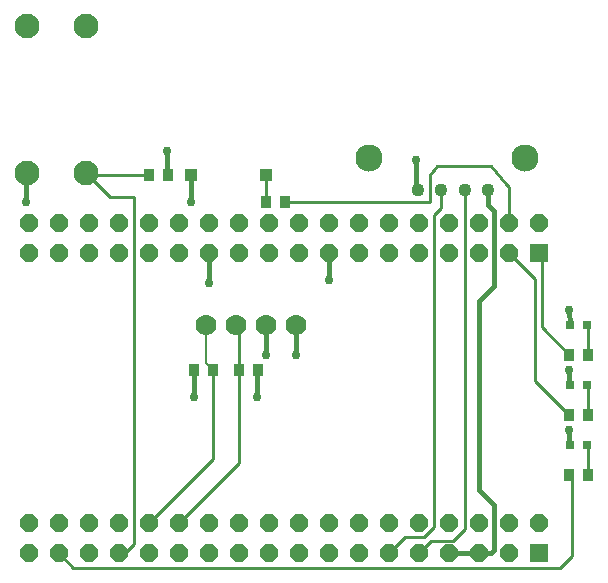
<source format=gbr>
G04 EAGLE Gerber RS-274X export*
G75*
%MOMM*%
%FSLAX34Y34*%
%LPD*%
%INTop Copper*%
%IPPOS*%
%AMOC8*
5,1,8,0,0,1.08239X$1,22.5*%
G01*
%ADD10C,1.778000*%
%ADD11C,2.100000*%
%ADD12R,0.800000X0.800000*%
%ADD13R,0.949959X1.031241*%
%ADD14R,1.524000X1.524000*%
%ADD15P,1.649562X8X202.500000*%
%ADD16C,1.108000*%
%ADD17C,2.300000*%
%ADD18R,1.108000X1.108000*%
%ADD19C,0.254000*%
%ADD20C,0.152400*%
%ADD21C,0.756400*%
%ADD22C,0.381000*%


D10*
X-1089660Y-2463800D03*
X-1140460Y-2463800D03*
X-1115060Y-2463800D03*
X-1064260Y-2463800D03*
D11*
X-1292460Y-2335800D03*
X-1242460Y-2335800D03*
X-1292460Y-2210800D03*
X-1242460Y-2210800D03*
D12*
X-833000Y-2565400D03*
X-818000Y-2565400D03*
D13*
X-1074039Y-2359660D03*
X-1090041Y-2359660D03*
D12*
X-833000Y-2463800D03*
X-818000Y-2463800D03*
X-833000Y-2514600D03*
X-818000Y-2514600D03*
D13*
X-833501Y-2489200D03*
X-817499Y-2489200D03*
X-833501Y-2540000D03*
X-817499Y-2540000D03*
X-833501Y-2590800D03*
X-817499Y-2590800D03*
X-1189101Y-2336800D03*
X-1173099Y-2336800D03*
X-1096899Y-2501900D03*
X-1112901Y-2501900D03*
X-1151001Y-2501900D03*
X-1134999Y-2501900D03*
D14*
X-859200Y-2657100D03*
D15*
X-859200Y-2631700D03*
X-884600Y-2657100D03*
X-884600Y-2631700D03*
X-910000Y-2657100D03*
X-910000Y-2631700D03*
X-935400Y-2657100D03*
X-935400Y-2631700D03*
X-960800Y-2657100D03*
X-960800Y-2631700D03*
X-986200Y-2657100D03*
X-986200Y-2631700D03*
X-1011600Y-2657100D03*
X-1011600Y-2631700D03*
X-1037000Y-2657100D03*
X-1037000Y-2631700D03*
X-1062400Y-2657100D03*
X-1062400Y-2631700D03*
X-1087800Y-2657100D03*
X-1087800Y-2631700D03*
X-1113200Y-2657100D03*
X-1113200Y-2631700D03*
X-1138600Y-2657100D03*
X-1138600Y-2631700D03*
X-1164000Y-2657100D03*
X-1164000Y-2631700D03*
X-1189400Y-2657100D03*
X-1189400Y-2631700D03*
X-1214800Y-2657100D03*
X-1214800Y-2631700D03*
X-1240200Y-2657100D03*
X-1240200Y-2631700D03*
X-1265600Y-2657100D03*
X-1265600Y-2631700D03*
X-1291000Y-2657100D03*
X-1291000Y-2631700D03*
D14*
X-859200Y-2403100D03*
D15*
X-859200Y-2377700D03*
X-884600Y-2403100D03*
X-884600Y-2377700D03*
X-910000Y-2403100D03*
X-910000Y-2377700D03*
X-935400Y-2403100D03*
X-935400Y-2377700D03*
X-960800Y-2403100D03*
X-960800Y-2377700D03*
X-986200Y-2403100D03*
X-986200Y-2377700D03*
X-1011600Y-2403100D03*
X-1011600Y-2377700D03*
X-1037000Y-2403100D03*
X-1037000Y-2377700D03*
X-1062400Y-2403100D03*
X-1062400Y-2377700D03*
X-1087800Y-2403100D03*
X-1087800Y-2377700D03*
X-1113200Y-2403100D03*
X-1113200Y-2377700D03*
X-1138600Y-2403100D03*
X-1138600Y-2377700D03*
X-1164000Y-2403100D03*
X-1164000Y-2377700D03*
X-1189400Y-2403100D03*
X-1189400Y-2377700D03*
X-1214800Y-2403100D03*
X-1214800Y-2377700D03*
X-1240200Y-2403100D03*
X-1240200Y-2377700D03*
X-1265600Y-2403100D03*
X-1265600Y-2377700D03*
X-1291000Y-2403100D03*
X-1291000Y-2377700D03*
D16*
X-901700Y-2349500D03*
X-921700Y-2349500D03*
X-941700Y-2349500D03*
X-961700Y-2349500D03*
D17*
X-871000Y-2322400D03*
X-1002400Y-2322400D03*
D18*
X-1153160Y-2336800D03*
X-1089660Y-2336800D03*
D19*
X-1134999Y-2577299D02*
X-1189400Y-2631700D01*
X-1134999Y-2577299D02*
X-1134999Y-2501900D01*
D20*
X-1140460Y-2496439D02*
X-1140460Y-2463800D01*
X-1140460Y-2496439D02*
X-1134999Y-2501900D01*
D19*
X-1112901Y-2580601D02*
X-1164000Y-2631700D01*
X-1112901Y-2580601D02*
X-1112901Y-2501900D01*
X-1112901Y-2465959D02*
X-1115060Y-2463800D01*
X-1112901Y-2465959D02*
X-1112901Y-2501900D01*
X-1074039Y-2359660D02*
X-951254Y-2360057D01*
D20*
X-951254Y-2336800D02*
X-951254Y-2336594D01*
D19*
X-951254Y-2336800D02*
X-951254Y-2360057D01*
X-951254Y-2336800D02*
X-944880Y-2329180D01*
X-899160Y-2329180D01*
X-886460Y-2344420D01*
X-883920Y-2346960D01*
X-884600Y-2377700D01*
X-884600Y-2403100D02*
X-862355Y-2425345D01*
X-862355Y-2511146D01*
X-833501Y-2540000D01*
D20*
X-817499Y-2515101D02*
X-818000Y-2514600D01*
D19*
X-817499Y-2515101D02*
X-817499Y-2540000D01*
X-856660Y-2405640D02*
X-859200Y-2403100D01*
X-856660Y-2405640D02*
X-856660Y-2466041D01*
X-833501Y-2489200D01*
D20*
X-817499Y-2464301D02*
X-818000Y-2463800D01*
D19*
X-817499Y-2464301D02*
X-817499Y-2489200D01*
X-1253154Y-2669546D02*
X-1265600Y-2657100D01*
X-1253154Y-2669546D02*
X-841127Y-2669546D01*
X-830961Y-2593340D02*
X-833501Y-2590800D01*
X-830961Y-2593340D02*
X-830961Y-2659380D01*
X-841127Y-2669546D01*
D20*
X-817499Y-2565901D02*
X-818000Y-2565400D01*
D19*
X-817499Y-2565901D02*
X-817499Y-2590800D01*
D21*
X-833120Y-2451100D03*
D22*
X-833000Y-2463800D01*
D21*
X-833120Y-2552700D03*
X-833120Y-2501900D03*
D22*
X-833120Y-2514600D01*
D20*
X-833120Y-2565280D02*
X-833000Y-2565400D01*
D22*
X-833120Y-2565280D02*
X-833120Y-2552700D01*
D21*
X-1089660Y-2489200D03*
D22*
X-1089660Y-2463800D01*
D21*
X-962660Y-2324100D03*
D22*
X-962660Y-2349500D01*
D21*
X-1036320Y-2425700D03*
D22*
X-1036320Y-2402840D01*
D21*
X-1153160Y-2359660D03*
X-1292860Y-2359660D03*
D22*
X-1292860Y-2334260D01*
X-1153160Y-2336800D02*
X-1153160Y-2359660D01*
X-896620Y-2616200D02*
X-896620Y-2654300D01*
X-899420Y-2657100D02*
X-910000Y-2657100D01*
X-899420Y-2657100D02*
X-896620Y-2654300D01*
X-910000Y-2657100D02*
X-935400Y-2657100D01*
X-901700Y-2362200D02*
X-901700Y-2349500D01*
X-901700Y-2362200D02*
X-896620Y-2367280D01*
X-896620Y-2430780D01*
X-909320Y-2443480D01*
X-909320Y-2603500D01*
X-896620Y-2616200D01*
D19*
X-921700Y-2637089D02*
X-921700Y-2349500D01*
X-921700Y-2637089D02*
X-931299Y-2646688D01*
X-950388Y-2646688D01*
X-960800Y-2657100D01*
X-941700Y-2364740D02*
X-941700Y-2349500D01*
X-941700Y-2364740D02*
X-948100Y-2371140D01*
X-948100Y-2635549D01*
X-956191Y-2643640D01*
X-972740Y-2643640D01*
X-986200Y-2657100D01*
D20*
X-1090041Y-2359660D02*
X-1089660Y-2359279D01*
D19*
X-1089660Y-2336800D01*
D20*
X-1151636Y-2501265D02*
X-1151001Y-2501900D01*
X-1173099Y-2336800D02*
X-1173480Y-2336419D01*
D21*
X-1064260Y-2489200D03*
D22*
X-1064260Y-2463800D01*
D21*
X-1150620Y-2524760D03*
D22*
X-1150620Y-2501900D01*
D21*
X-1097280Y-2524760D03*
D22*
X-1097280Y-2501900D01*
D21*
X-1173480Y-2316480D03*
D22*
X-1173480Y-2336800D01*
D21*
X-1137920Y-2428240D03*
D22*
X-1137920Y-2402840D01*
D20*
X-1241460Y-2336800D02*
X-1242460Y-2335800D01*
D19*
X-1241460Y-2336800D02*
X-1189101Y-2336800D01*
X-1201420Y-2356120D02*
X-1222140Y-2356120D01*
X-1242460Y-2335800D01*
X-1201420Y-2649220D02*
X-1209300Y-2657100D01*
X-1214800Y-2657100D01*
X-1201420Y-2649220D02*
X-1201420Y-2356120D01*
M02*

</source>
